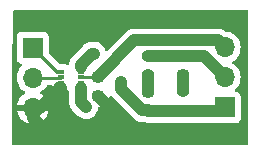
<source format=gbr>
%TF.GenerationSoftware,KiCad,Pcbnew,7.0.8*%
%TF.CreationDate,2024-04-25T12:22:59+02:00*%
%TF.ProjectId,Sterowniki silnik_w,53746572-6f77-46e6-996b-692073696c6e,rev?*%
%TF.SameCoordinates,Original*%
%TF.FileFunction,Copper,L1,Top*%
%TF.FilePolarity,Positive*%
%FSLAX46Y46*%
G04 Gerber Fmt 4.6, Leading zero omitted, Abs format (unit mm)*
G04 Created by KiCad (PCBNEW 7.0.8) date 2024-04-25 12:22:59*
%MOMM*%
%LPD*%
G01*
G04 APERTURE LIST*
G04 Aperture macros list*
%AMRoundRect*
0 Rectangle with rounded corners*
0 $1 Rounding radius*
0 $2 $3 $4 $5 $6 $7 $8 $9 X,Y pos of 4 corners*
0 Add a 4 corners polygon primitive as box body*
4,1,4,$2,$3,$4,$5,$6,$7,$8,$9,$2,$3,0*
0 Add four circle primitives for the rounded corners*
1,1,$1+$1,$2,$3*
1,1,$1+$1,$4,$5*
1,1,$1+$1,$6,$7*
1,1,$1+$1,$8,$9*
0 Add four rect primitives between the rounded corners*
20,1,$1+$1,$2,$3,$4,$5,0*
20,1,$1+$1,$4,$5,$6,$7,0*
20,1,$1+$1,$6,$7,$8,$9,0*
20,1,$1+$1,$8,$9,$2,$3,0*%
G04 Aperture macros list end*
%TA.AperFunction,SMDPad,CuDef*%
%ADD10RoundRect,0.200000X0.275000X-0.200000X0.275000X0.200000X-0.275000X0.200000X-0.275000X-0.200000X0*%
%TD*%
%TA.AperFunction,SMDPad,CuDef*%
%ADD11RoundRect,0.218750X0.256250X-0.218750X0.256250X0.218750X-0.256250X0.218750X-0.256250X-0.218750X0*%
%TD*%
%TA.AperFunction,SMDPad,CuDef*%
%ADD12RoundRect,0.218750X-0.256250X0.218750X-0.256250X-0.218750X0.256250X-0.218750X0.256250X0.218750X0*%
%TD*%
%TA.AperFunction,SMDPad,CuDef*%
%ADD13RoundRect,0.225000X-0.250000X0.225000X-0.250000X-0.225000X0.250000X-0.225000X0.250000X0.225000X0*%
%TD*%
%TA.AperFunction,SMDPad,CuDef*%
%ADD14RoundRect,0.200000X-0.275000X0.200000X-0.275000X-0.200000X0.275000X-0.200000X0.275000X0.200000X0*%
%TD*%
%TA.AperFunction,SMDPad,CuDef*%
%ADD15R,0.475000X0.300000*%
%TD*%
%TA.AperFunction,ComponentPad*%
%ADD16R,1.700000X1.700000*%
%TD*%
%TA.AperFunction,ComponentPad*%
%ADD17O,1.700000X1.700000*%
%TD*%
%TA.AperFunction,ViaPad*%
%ADD18C,0.800000*%
%TD*%
%TA.AperFunction,Conductor*%
%ADD19C,1.000000*%
%TD*%
%TA.AperFunction,Conductor*%
%ADD20C,0.250000*%
%TD*%
G04 APERTURE END LIST*
D10*
%TO.P,R2,1*%
%TO.N,V_M2*%
X56000000Y-33825000D03*
%TO.P,R2,2*%
%TO.N,Net-(D1-A)*%
X56000000Y-32175000D03*
%TD*%
D11*
%TO.P,D2,1,K*%
%TO.N,V_M2*%
X53000000Y-33787500D03*
%TO.P,D2,2,A*%
%TO.N,Net-(D2-A)*%
X53000000Y-32212500D03*
%TD*%
D12*
%TO.P,D1,1,K*%
%TO.N,V_M1*%
X56000000Y-29212500D03*
%TO.P,D1,2,A*%
%TO.N,Net-(D1-A)*%
X56000000Y-30787500D03*
%TD*%
D13*
%TO.P,C1,1*%
%TO.N,VDD*%
X48750000Y-30975000D03*
%TO.P,C1,2*%
%TO.N,GND*%
X48750000Y-32525000D03*
%TD*%
D14*
%TO.P,R1,1*%
%TO.N,V_M1*%
X53000000Y-29175000D03*
%TO.P,R1,2*%
%TO.N,Net-(D2-A)*%
X53000000Y-30825000D03*
%TD*%
D15*
%TO.P,IC1,6,OUT1*%
%TO.N,V_M2*%
X47338000Y-30500000D03*
%TO.P,IC1,5,VM*%
%TO.N,VDD*%
X47338000Y-31000000D03*
%TO.P,IC1,4,OUT2*%
%TO.N,V_M1*%
X47338000Y-31500000D03*
%TO.P,IC1,3,GND*%
%TO.N,GND*%
X45662000Y-31500000D03*
%TO.P,IC1,2,IN2*%
%TO.N,PWM_DRV2*%
X45662000Y-31000000D03*
%TO.P,IC1,1,IN1*%
%TO.N,PWM_DRV1*%
X45662000Y-30500000D03*
%TD*%
D16*
%TO.P,J1,1,Pin_1*%
%TO.N,PWM_DRV1*%
X43250000Y-28475000D03*
D17*
%TO.P,J1,2,Pin_2*%
%TO.N,PWM_DRV2*%
X43250000Y-31015000D03*
%TO.P,J1,3,Pin_3*%
%TO.N,GND*%
X43250000Y-33555000D03*
%TD*%
D16*
%TO.P,J2,1,Pin_1*%
%TO.N,V_M2*%
X59500000Y-33540000D03*
D17*
%TO.P,J2,2,Pin_2*%
%TO.N,V_M1*%
X59500000Y-31000000D03*
%TO.P,J2,3,Pin_3*%
%TO.N,VDD*%
X59500000Y-28460000D03*
%TD*%
D18*
%TO.N,V_M2*%
X48440000Y-28980000D03*
X50750000Y-31340000D03*
%TO.N,V_M1*%
X47780000Y-33520000D03*
%TD*%
D19*
%TO.N,V_M2*%
X53000000Y-33787500D02*
X52525000Y-33787500D01*
X50750000Y-32012500D02*
X50750000Y-31340000D01*
X47338000Y-29903400D02*
X47338000Y-30150000D01*
X48440000Y-28980000D02*
X48261400Y-28980000D01*
X52525000Y-33787500D02*
X50750000Y-32012500D01*
X59215000Y-33825000D02*
X59500000Y-33540000D01*
X48261400Y-28980000D02*
X47338000Y-29903400D01*
X56000000Y-33825000D02*
X59215000Y-33825000D01*
X53037500Y-33825000D02*
X53000000Y-33787500D01*
X56000000Y-33825000D02*
X53037500Y-33825000D01*
%TO.N,Net-(D2-A)*%
X53000000Y-30825000D02*
X53000000Y-32212500D01*
D20*
%TO.N,PWM_DRV1*%
X45275000Y-30500000D02*
X45662000Y-30500000D01*
X43250000Y-28475000D02*
X45275000Y-30500000D01*
%TO.N,PWM_DRV2*%
X43250000Y-31015000D02*
X45647000Y-31015000D01*
X45647000Y-31015000D02*
X45662000Y-31000000D01*
D19*
%TO.N,GND*%
X43250000Y-33555000D02*
X43250000Y-34410800D01*
D20*
X45305000Y-31500000D02*
X45662000Y-31500000D01*
X43250000Y-33555000D02*
X45305000Y-31500000D01*
D19*
X49885600Y-33660600D02*
X48750000Y-32525000D01*
X43250000Y-33555000D02*
X43838800Y-33555000D01*
X48844200Y-35661600D02*
X49885600Y-34620200D01*
X43838800Y-33555000D02*
X45543800Y-31850000D01*
X44500800Y-35661600D02*
X48844200Y-35661600D01*
X49885600Y-34620200D02*
X49885600Y-33660600D01*
X45543800Y-31850000D02*
X45662000Y-31850000D01*
X43250000Y-34410800D02*
X44500800Y-35661600D01*
%TO.N,V_M1*%
X56000000Y-29212500D02*
X53037500Y-29212500D01*
X47338000Y-33078000D02*
X47780000Y-33520000D01*
X47338000Y-33078000D02*
X47338000Y-31850000D01*
X59500000Y-31000000D02*
X57712500Y-29212500D01*
X53037500Y-29212500D02*
X53000000Y-29175000D01*
X57712500Y-29212500D02*
X56000000Y-29212500D01*
D20*
X47338000Y-31500000D02*
X47338000Y-33078000D01*
D19*
%TO.N,VDD*%
X59500000Y-28460000D02*
X58901432Y-27861432D01*
D20*
X48725000Y-31000000D02*
X48750000Y-30975000D01*
X47338000Y-31000000D02*
X48725000Y-31000000D01*
D19*
X58901432Y-27861432D02*
X51863568Y-27861432D01*
X51863568Y-27861432D02*
X48750000Y-30975000D01*
%TO.N,Net-(D1-A)*%
X56000000Y-30787500D02*
X56000000Y-32175000D01*
%TD*%
%TA.AperFunction,Conductor*%
%TO.N,GND*%
G36*
X61411598Y-25270185D02*
G01*
X61457353Y-25322989D01*
X61468558Y-25373953D01*
X61499500Y-32382348D01*
X61499500Y-36625500D01*
X61479815Y-36692539D01*
X61427011Y-36738294D01*
X61375500Y-36749500D01*
X41628169Y-36749500D01*
X41561130Y-36729815D01*
X41515375Y-36677011D01*
X41504170Y-36624951D01*
X41511873Y-34884091D01*
X41528993Y-31015000D01*
X41894341Y-31015000D01*
X41914936Y-31250403D01*
X41914938Y-31250413D01*
X41976094Y-31478655D01*
X41976096Y-31478659D01*
X41976097Y-31478663D01*
X42060742Y-31660185D01*
X42075965Y-31692830D01*
X42075967Y-31692834D01*
X42132078Y-31772968D01*
X42211501Y-31886396D01*
X42211506Y-31886402D01*
X42378597Y-32053493D01*
X42378603Y-32053498D01*
X42432122Y-32090972D01*
X42507276Y-32143596D01*
X42564594Y-32183730D01*
X42608219Y-32238307D01*
X42615413Y-32307805D01*
X42583890Y-32370160D01*
X42564595Y-32386880D01*
X42378922Y-32516890D01*
X42378920Y-32516891D01*
X42211891Y-32683920D01*
X42211886Y-32683926D01*
X42076400Y-32877420D01*
X42076399Y-32877422D01*
X41976570Y-33091507D01*
X41976567Y-33091513D01*
X41919364Y-33304999D01*
X41919364Y-33305000D01*
X42816314Y-33305000D01*
X42790507Y-33345156D01*
X42750000Y-33483111D01*
X42750000Y-33626889D01*
X42790507Y-33764844D01*
X42816314Y-33805000D01*
X41919364Y-33805000D01*
X41976567Y-34018486D01*
X41976570Y-34018492D01*
X42076399Y-34232578D01*
X42211894Y-34426082D01*
X42378917Y-34593105D01*
X42572421Y-34728600D01*
X42786507Y-34828429D01*
X42786516Y-34828433D01*
X43000000Y-34885634D01*
X43000000Y-33990501D01*
X43107685Y-34039680D01*
X43214237Y-34055000D01*
X43285763Y-34055000D01*
X43392315Y-34039680D01*
X43500000Y-33990501D01*
X43500000Y-34885633D01*
X43713483Y-34828433D01*
X43713492Y-34828429D01*
X43927578Y-34728600D01*
X44121082Y-34593105D01*
X44288105Y-34426082D01*
X44423600Y-34232578D01*
X44523429Y-34018492D01*
X44523432Y-34018486D01*
X44580636Y-33805000D01*
X43683686Y-33805000D01*
X43709493Y-33764844D01*
X43750000Y-33626889D01*
X43750000Y-33483111D01*
X43709493Y-33345156D01*
X43683686Y-33305000D01*
X44580636Y-33305000D01*
X44580635Y-33304999D01*
X44523432Y-33091513D01*
X44523429Y-33091507D01*
X44423600Y-32877422D01*
X44423599Y-32877420D01*
X44288113Y-32683926D01*
X44288108Y-32683920D01*
X44121078Y-32516890D01*
X43935405Y-32386879D01*
X43891780Y-32332302D01*
X43884588Y-32262804D01*
X43916110Y-32200449D01*
X43935406Y-32183730D01*
X43949252Y-32174035D01*
X44121401Y-32053495D01*
X44288495Y-31886401D01*
X44423652Y-31693377D01*
X44478229Y-31649752D01*
X44525227Y-31640500D01*
X44806954Y-31640500D01*
X44873993Y-31660185D01*
X44919748Y-31712989D01*
X44930244Y-31751247D01*
X44930903Y-31757379D01*
X44981145Y-31892086D01*
X44981149Y-31892093D01*
X45067309Y-32007187D01*
X45067312Y-32007190D01*
X45182406Y-32093350D01*
X45182413Y-32093354D01*
X45317120Y-32143596D01*
X45317127Y-32143598D01*
X45376655Y-32149999D01*
X45376672Y-32150000D01*
X45512000Y-32150000D01*
X45512000Y-31774499D01*
X45531685Y-31707460D01*
X45584489Y-31661705D01*
X45635997Y-31650499D01*
X45688001Y-31650499D01*
X45755039Y-31670184D01*
X45800794Y-31722988D01*
X45812000Y-31774499D01*
X45812000Y-32150000D01*
X45947328Y-32150000D01*
X45947344Y-32149999D01*
X46006872Y-32143598D01*
X46006879Y-32143596D01*
X46141586Y-32093354D01*
X46149372Y-32089103D01*
X46150392Y-32090972D01*
X46204643Y-32070733D01*
X46272918Y-32085579D01*
X46322327Y-32134980D01*
X46337500Y-32194416D01*
X46337500Y-33065283D01*
X46335243Y-33154362D01*
X46335243Y-33154370D01*
X46346064Y-33214739D01*
X46346718Y-33219404D01*
X46352925Y-33280430D01*
X46352927Y-33280444D01*
X46363208Y-33313213D01*
X46365079Y-33320837D01*
X46371142Y-33354652D01*
X46371142Y-33354655D01*
X46393894Y-33411612D01*
X46395474Y-33416051D01*
X46413841Y-33474588D01*
X46413844Y-33474595D01*
X46430509Y-33504619D01*
X46433879Y-33511714D01*
X46446622Y-33543614D01*
X46446627Y-33543624D01*
X46480377Y-33594833D01*
X46482818Y-33598863D01*
X46512588Y-33652498D01*
X46512589Y-33652499D01*
X46512591Y-33652502D01*
X46534968Y-33678567D01*
X46539693Y-33684835D01*
X46552263Y-33703906D01*
X46558598Y-33713519D01*
X46601978Y-33756899D01*
X46605169Y-33760343D01*
X46643507Y-33805000D01*
X46645134Y-33806895D01*
X46672294Y-33827918D01*
X46678190Y-33833111D01*
X47108419Y-34263340D01*
X47226592Y-34359698D01*
X47406951Y-34453909D01*
X47602582Y-34509886D01*
X47791117Y-34524243D01*
X47805475Y-34525337D01*
X47805476Y-34525337D01*
X47805477Y-34525337D01*
X48007320Y-34499631D01*
X48007320Y-34499630D01*
X48007327Y-34499630D01*
X48199872Y-34433816D01*
X48375227Y-34330590D01*
X48526213Y-34194179D01*
X48646649Y-34030167D01*
X48731605Y-33845268D01*
X48735632Y-33827918D01*
X48777602Y-33647053D01*
X48778899Y-33595859D01*
X48800275Y-33529340D01*
X48854220Y-33484936D01*
X48902859Y-33474999D01*
X49048308Y-33474999D01*
X49048322Y-33474998D01*
X49147607Y-33464855D01*
X49308481Y-33411547D01*
X49308492Y-33411542D01*
X49452728Y-33322575D01*
X49452732Y-33322572D01*
X49572572Y-33202732D01*
X49572575Y-33202728D01*
X49661542Y-33058492D01*
X49661547Y-33058481D01*
X49714855Y-32897606D01*
X49724999Y-32798322D01*
X49724999Y-32689316D01*
X49744683Y-32622276D01*
X49797487Y-32576521D01*
X49866645Y-32566577D01*
X49930201Y-32595601D01*
X49943069Y-32608526D01*
X49946958Y-32613056D01*
X49951690Y-32619330D01*
X49970599Y-32648021D01*
X49984075Y-32661496D01*
X50013978Y-32691399D01*
X50017169Y-32694843D01*
X50057131Y-32741392D01*
X50057130Y-32741392D01*
X50084299Y-32762423D01*
X50090186Y-32767607D01*
X51808548Y-34485968D01*
X51869941Y-34550553D01*
X51869944Y-34550555D01*
X51869947Y-34550558D01*
X51904053Y-34574295D01*
X51920303Y-34585606D01*
X51924044Y-34588426D01*
X51971593Y-34627198D01*
X52002045Y-34643104D01*
X52008758Y-34647172D01*
X52036951Y-34666795D01*
X52093329Y-34690989D01*
X52097578Y-34693007D01*
X52151951Y-34721409D01*
X52177083Y-34728600D01*
X52184974Y-34730858D01*
X52192368Y-34733490D01*
X52223942Y-34747040D01*
X52223945Y-34747040D01*
X52223946Y-34747041D01*
X52284022Y-34759387D01*
X52288600Y-34760510D01*
X52302501Y-34764487D01*
X52347582Y-34777387D01*
X52381839Y-34779995D01*
X52389614Y-34781086D01*
X52423255Y-34788000D01*
X52423259Y-34788000D01*
X52484598Y-34788000D01*
X52489304Y-34788178D01*
X52520272Y-34790537D01*
X52550475Y-34792837D01*
X52550475Y-34792836D01*
X52550476Y-34792837D01*
X52584559Y-34788496D01*
X52592389Y-34788000D01*
X52740668Y-34788000D01*
X52765623Y-34790536D01*
X52796539Y-34796890D01*
X52801086Y-34798005D01*
X52860082Y-34814887D01*
X52894339Y-34817495D01*
X52902114Y-34818586D01*
X52935755Y-34825500D01*
X52935759Y-34825500D01*
X52997098Y-34825500D01*
X53001804Y-34825678D01*
X53036562Y-34828325D01*
X53062975Y-34830337D01*
X53062975Y-34830336D01*
X53062976Y-34830337D01*
X53097059Y-34825996D01*
X53104889Y-34825500D01*
X55898259Y-34825500D01*
X58363053Y-34825500D01*
X58406386Y-34833318D01*
X58542517Y-34884091D01*
X58542516Y-34884091D01*
X58549444Y-34884835D01*
X58602127Y-34890500D01*
X60397872Y-34890499D01*
X60457483Y-34884091D01*
X60592331Y-34833796D01*
X60707546Y-34747546D01*
X60793796Y-34632331D01*
X60844091Y-34497483D01*
X60850500Y-34437873D01*
X60850499Y-32642128D01*
X60844091Y-32582517D01*
X60824989Y-32531303D01*
X60793797Y-32447671D01*
X60793793Y-32447664D01*
X60707547Y-32332455D01*
X60707544Y-32332452D01*
X60592335Y-32246206D01*
X60592328Y-32246202D01*
X60460917Y-32197189D01*
X60404983Y-32155318D01*
X60380566Y-32089853D01*
X60395418Y-32021580D01*
X60416563Y-31993332D01*
X60538495Y-31871401D01*
X60674035Y-31677830D01*
X60773903Y-31463663D01*
X60835063Y-31235408D01*
X60855659Y-31000000D01*
X60835063Y-30764592D01*
X60773903Y-30536337D01*
X60674035Y-30322171D01*
X60644211Y-30279577D01*
X60538494Y-30128597D01*
X60371402Y-29961506D01*
X60371396Y-29961501D01*
X60185842Y-29831575D01*
X60142217Y-29776998D01*
X60135023Y-29707500D01*
X60166546Y-29645145D01*
X60185842Y-29628425D01*
X60278743Y-29563375D01*
X60371401Y-29498495D01*
X60538495Y-29331401D01*
X60674035Y-29137830D01*
X60773903Y-28923663D01*
X60835063Y-28695408D01*
X60855659Y-28460000D01*
X60835063Y-28224592D01*
X60788626Y-28051285D01*
X60773905Y-27996344D01*
X60773904Y-27996343D01*
X60773903Y-27996337D01*
X60674035Y-27782171D01*
X60538495Y-27588599D01*
X60538494Y-27588597D01*
X60371402Y-27421506D01*
X60371395Y-27421501D01*
X60177834Y-27285967D01*
X60177830Y-27285965D01*
X60138129Y-27267452D01*
X59963663Y-27186097D01*
X59963659Y-27186096D01*
X59963655Y-27186094D01*
X59735413Y-27124938D01*
X59735403Y-27124936D01*
X59607322Y-27113730D01*
X59547294Y-27091977D01*
X59523158Y-27075179D01*
X59506132Y-27063328D01*
X59502377Y-27060496D01*
X59454840Y-27021734D01*
X59454838Y-27021732D01*
X59424391Y-27005829D01*
X59417683Y-27001766D01*
X59389481Y-26982137D01*
X59389478Y-26982135D01*
X59389477Y-26982135D01*
X59389473Y-26982133D01*
X59333112Y-26957946D01*
X59328856Y-26955925D01*
X59274489Y-26927526D01*
X59274482Y-26927523D01*
X59274481Y-26927523D01*
X59268440Y-26925794D01*
X59241462Y-26918074D01*
X59234062Y-26915440D01*
X59202489Y-26901891D01*
X59202490Y-26901891D01*
X59142398Y-26889541D01*
X59137823Y-26888418D01*
X59078852Y-26871545D01*
X59078857Y-26871545D01*
X59044590Y-26868935D01*
X59036812Y-26867844D01*
X59003174Y-26860932D01*
X59003173Y-26860932D01*
X58941834Y-26860932D01*
X58937127Y-26860753D01*
X58931553Y-26860328D01*
X58875956Y-26856094D01*
X58856021Y-26858633D01*
X58841872Y-26860435D01*
X58834043Y-26860932D01*
X51876267Y-26860932D01*
X51787207Y-26858674D01*
X51787203Y-26858674D01*
X51736044Y-26867844D01*
X51726822Y-26869496D01*
X51722163Y-26870150D01*
X51661132Y-26876357D01*
X51661130Y-26876358D01*
X51628348Y-26886642D01*
X51620724Y-26888513D01*
X51617625Y-26889069D01*
X51586917Y-26894573D01*
X51529949Y-26917327D01*
X51525513Y-26918906D01*
X51466982Y-26937272D01*
X51466978Y-26937274D01*
X51436946Y-26953942D01*
X51429852Y-26957311D01*
X51397950Y-26970055D01*
X51397945Y-26970057D01*
X51346724Y-27003813D01*
X51342696Y-27006254D01*
X51289069Y-27036020D01*
X51263002Y-27058397D01*
X51256733Y-27063124D01*
X51228052Y-27082027D01*
X51228046Y-27082032D01*
X51184677Y-27125400D01*
X51181223Y-27128601D01*
X51134670Y-27168568D01*
X51113644Y-27195730D01*
X51108453Y-27201624D01*
X49595901Y-28714176D01*
X49534578Y-28747661D01*
X49464886Y-28742677D01*
X49408953Y-28700805D01*
X49391939Y-28669561D01*
X49342888Y-28537118D01*
X49342887Y-28537117D01*
X49342886Y-28537113D01*
X49235252Y-28364429D01*
X49102326Y-28224592D01*
X49095061Y-28216949D01*
X49095060Y-28216948D01*
X49095059Y-28216947D01*
X48962702Y-28124824D01*
X48928050Y-28100705D01*
X48741056Y-28020459D01*
X48541741Y-27979500D01*
X48274117Y-27979500D01*
X48185037Y-27977243D01*
X48185028Y-27977243D01*
X48132036Y-27986741D01*
X48124654Y-27988064D01*
X48119995Y-27988718D01*
X48058964Y-27994925D01*
X48058962Y-27994926D01*
X48026180Y-28005210D01*
X48018556Y-28007081D01*
X48010708Y-28008488D01*
X47984749Y-28013141D01*
X47984741Y-28013143D01*
X47927782Y-28035895D01*
X47923346Y-28037474D01*
X47864815Y-28055840D01*
X47864812Y-28055841D01*
X47864810Y-28055842D01*
X47864803Y-28055845D01*
X47834784Y-28072507D01*
X47827690Y-28075876D01*
X47795790Y-28088619D01*
X47795788Y-28088619D01*
X47795783Y-28088622D01*
X47795777Y-28088626D01*
X47744554Y-28122383D01*
X47740526Y-28124824D01*
X47686902Y-28154588D01*
X47686899Y-28154590D01*
X47660827Y-28176970D01*
X47654560Y-28181695D01*
X47625882Y-28200598D01*
X47625875Y-28200603D01*
X47582516Y-28243962D01*
X47579061Y-28247164D01*
X47532506Y-28287132D01*
X47532505Y-28287133D01*
X47511476Y-28314300D01*
X47506284Y-28320194D01*
X46639532Y-29186946D01*
X46574946Y-29248342D01*
X46539899Y-29298694D01*
X46537062Y-29302456D01*
X46498302Y-29349992D01*
X46498299Y-29349997D01*
X46482392Y-29380447D01*
X46478324Y-29387161D01*
X46458702Y-29415354D01*
X46434509Y-29471730D01*
X46432488Y-29475984D01*
X46404091Y-29530351D01*
X46404090Y-29530352D01*
X46394640Y-29563375D01*
X46392007Y-29570771D01*
X46378459Y-29602343D01*
X46366113Y-29662419D01*
X46364990Y-29666995D01*
X46348113Y-29725977D01*
X46348113Y-29725979D01*
X46345503Y-29760241D01*
X46344414Y-29768008D01*
X46338980Y-29794452D01*
X46337500Y-29801658D01*
X46337500Y-29804959D01*
X46336986Y-29806707D01*
X46336864Y-29807913D01*
X46336639Y-29807890D01*
X46317815Y-29871998D01*
X46265011Y-29917753D01*
X46195853Y-29927697D01*
X46150464Y-29908896D01*
X46149614Y-29910454D01*
X46141828Y-29906202D01*
X46006982Y-29855908D01*
X46006983Y-29855908D01*
X45947383Y-29849501D01*
X45947381Y-29849500D01*
X45947373Y-29849500D01*
X45947365Y-29849500D01*
X45560453Y-29849500D01*
X45493414Y-29829815D01*
X45472772Y-29813181D01*
X44636818Y-28977227D01*
X44603333Y-28915904D01*
X44600499Y-28889546D01*
X44600499Y-27577129D01*
X44600498Y-27577123D01*
X44600497Y-27577116D01*
X44594091Y-27517517D01*
X44558281Y-27421506D01*
X44543797Y-27382671D01*
X44543793Y-27382664D01*
X44457547Y-27267455D01*
X44457544Y-27267452D01*
X44342335Y-27181206D01*
X44342328Y-27181202D01*
X44207482Y-27130908D01*
X44207483Y-27130908D01*
X44147883Y-27124501D01*
X44147881Y-27124500D01*
X44147873Y-27124500D01*
X44147864Y-27124500D01*
X42352129Y-27124500D01*
X42352123Y-27124501D01*
X42292516Y-27130908D01*
X42157671Y-27181202D01*
X42157664Y-27181206D01*
X42042455Y-27267452D01*
X42042452Y-27267455D01*
X41956206Y-27382664D01*
X41956202Y-27382671D01*
X41905908Y-27517517D01*
X41899501Y-27577116D01*
X41899501Y-27577123D01*
X41899500Y-27577135D01*
X41899500Y-29372870D01*
X41899501Y-29372876D01*
X41905908Y-29432483D01*
X41956202Y-29567328D01*
X41956206Y-29567335D01*
X42042452Y-29682544D01*
X42042455Y-29682547D01*
X42157664Y-29768793D01*
X42157671Y-29768797D01*
X42289081Y-29817810D01*
X42345015Y-29859681D01*
X42369432Y-29925145D01*
X42354580Y-29993418D01*
X42333430Y-30021673D01*
X42211503Y-30143600D01*
X42075965Y-30337169D01*
X42075964Y-30337171D01*
X41976098Y-30551335D01*
X41976094Y-30551344D01*
X41914938Y-30779586D01*
X41914936Y-30779596D01*
X41894341Y-31014999D01*
X41894341Y-31015000D01*
X41528993Y-31015000D01*
X41553854Y-25396291D01*
X41573835Y-25329342D01*
X41626841Y-25283821D01*
X41677691Y-25272842D01*
X59194400Y-25250500D01*
X61344559Y-25250500D01*
X61411598Y-25270185D01*
G37*
%TD.AperFunction*%
%TD*%
M02*

</source>
